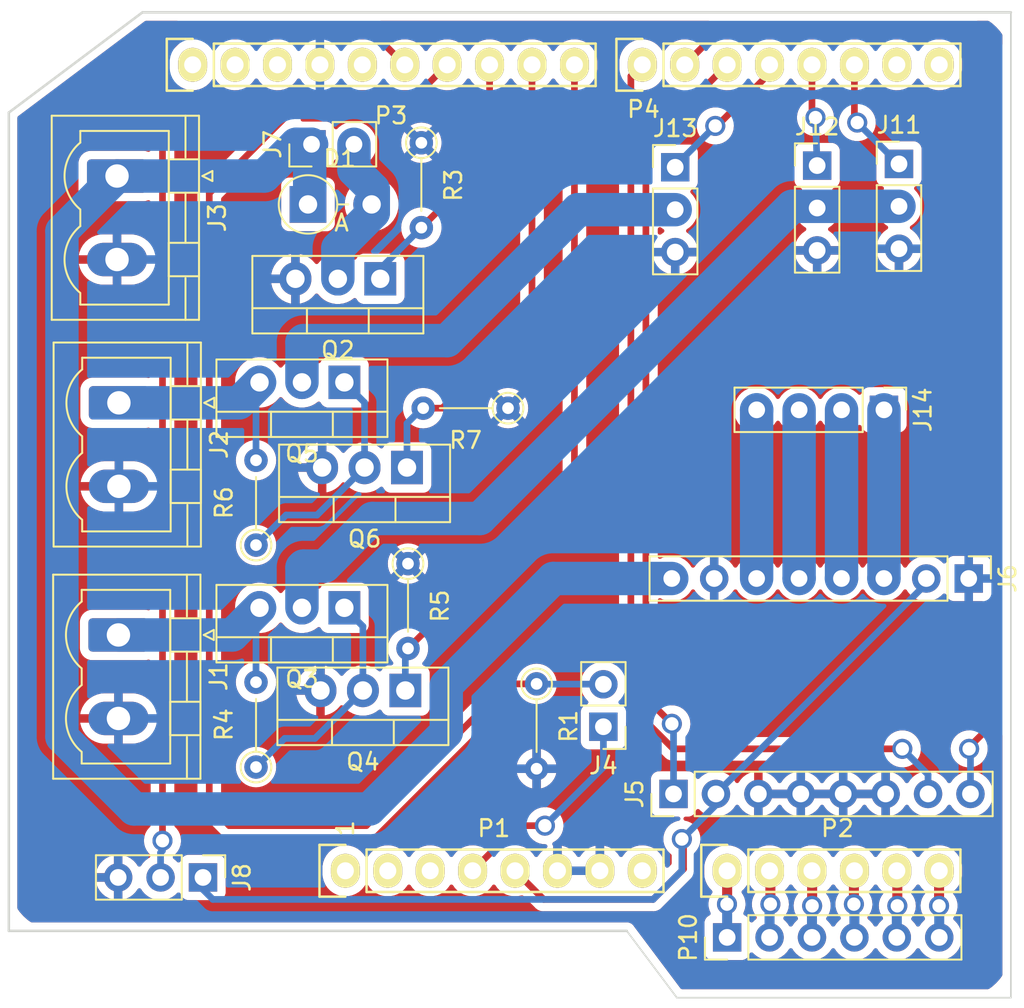
<source format=kicad_pcb>
(kicad_pcb (version 20211014) (generator pcbnew)
  (title_block (date "lun. 30 mars 2015"))
  (layers (0 "F.Cu" signal) (31 "B.Cu" signal) (34 "B.Paste" user) (35 "F.Paste" user) (36 "B.SilkS" user "B.Silkscreen") (37 "F.SilkS" user "F.Silkscreen") (38 "B.Mask" user) (39 "F.Mask" user) (44 "Edge.Cuts" user))
  (net 0 "")
  (net 1 "/IOREF")
  (net 2 "/Reset")
  (net 3 "+5V")
  (net 4 "GND")
  (net 5 "/Vin")
  (net 6 "/A0")
  (net 7 "/A1")
  (net 8 "/A2")
  (net 9 "/A3")
  (net 10 "/AREF")
  (net 11 "/A4(SDA)")
  (net 12 "/A5(SCL)")
  (net 13 "/9(**)")
  (net 14 "/8")
  (net 15 "/7")
  (net 16 "/6(**)")
  (net 17 "/5(**)")
  (net 18 "/4")
  (net 19 "/3(**)")
  (net 20 "/2")
  (net 21 "/1(Tx)")
  (net 22 "/0(Rx)")
  (net 24 "/11(**{slash}MOSI)")
  (net 25 "/10(**{slash}SS)")
  (net 26 "/13(SCK)")
  (net 27 "+3V3")
  (net 28 "/12(MISO)")
  (net 29 "+6V")
  (net 30 "+12V")
  (net 31 "Net-(J14-Pad1)")
  (net 32 "Net-(J14-Pad2)")
  (net 33 "Net-(J14-Pad3)")
  (net 34 "Net-(J14-Pad4)")
  (net 35 "Net-(Q3-Pad1)")
  (net 36 "/big_servo_control")
  (net 37 "Net-(Q5-Pad1)")
  (net 38 "/pince_control")
  (net 39 "/fan_control_down")
  (footprint "Socket_Arduino_Uno:Socket_Strip_Arduino_1x08" (layer "F.Cu") (at 133.148 119.765)
    (fp_text reference "P1" (at 8.89 -2.54) (layer "F.SilkS"))
    (fp_text value "Power")
    (pad "1" thru_hole oval locked (at 0 0) (size 1.7272 2.032) (drill 1.016) (layers *.Cu *.Mask "F.SilkS"))
    (pad "2" thru_hole oval locked (at 2.54 0) (size 1.7272 2.032) (drill 1.016) (layers *.Cu *.Mask "F.SilkS") (net 1 "/IOREF"))
    (pad "3" thru_hole oval locked (at 5.08 0) (size 1.7272 2.032) (drill 1.016) (layers *.Cu *.Mask "F.SilkS") (net 2 "/Reset"))
    (pad "4" thru_hole oval locked (at 7.62 0) (size 1.7272 2.032) (drill 1.016) (layers *.Cu *.Mask "F.SilkS") (net 27 "+3V3"))
    (pad "5" thru_hole oval locked (at 10.16 0) (size 1.7272 2.032) (drill 1.016) (layers *.Cu *.Mask "F.SilkS") (net 3 "+5V"))
    (pad "6" thru_hole oval locked (at 12.7 0) (size 1.7272 2.032) (drill 1.016) (layers *.Cu *.Mask "F.SilkS") (net 4 "GND"))
    (pad "7" thru_hole oval locked (at 15.24 0) (size 1.7272 2.032) (drill 1.016) (layers *.Cu *.Mask "F.SilkS") (net 4 "GND"))
    (pad "8" thru_hole oval locked (at 17.78 0) (size 1.7272 2.032) (drill 1.016) (layers *.Cu *.Mask "F.SilkS") (net 5 "/Vin"))
  )
  (footprint "Socket_Arduino_Uno:Socket_Strip_Arduino_1x06" (layer "F.Cu") (at 156.008 119.765)
    (fp_text reference "P2" (at 6.604 -2.54) (layer "F.SilkS"))
    (fp_text value "Analog")
    (pad "1" thru_hole oval locked (at 0 0) (size 1.7272 2.032) (drill 1.016) (layers *.Cu *.Mask "F.SilkS") (net 6 "/A0"))
    (pad "2" thru_hole oval locked (at 2.54 0) (size 1.7272 2.032) (drill 1.016) (layers *.Cu *.Mask "F.SilkS") (net 7 "/A1"))
    (pad "3" thru_hole oval locked (at 5.08 0) (size 1.7272 2.032) (drill 1.016) (layers *.Cu *.Mask "F.SilkS") (net 8 "/A2"))
    (pad "4" thru_hole oval locked (at 7.62 0) (size 1.7272 2.032) (drill 1.016) (layers *.Cu *.Mask "F.SilkS") (net 9 "/A3"))
    (pad "5" thru_hole oval locked (at 10.16 0) (size 1.7272 2.032) (drill 1.016) (layers *.Cu *.Mask "F.SilkS") (net 11 "/A4(SDA)"))
    (pad "6" thru_hole oval locked (at 12.7 0) (size 1.7272 2.032) (drill 1.016) (layers *.Cu *.Mask "F.SilkS") (net 12 "/A5(SCL)"))
  )
  (footprint "Socket_Arduino_Uno:Socket_Strip_Arduino_1x10" (layer "F.Cu") (at 124.004 71.505)
    (fp_text reference "P3" (at 11.875 3.044) (layer "F.SilkS"))
    (fp_text value "Digital" hide)
    (pad "1" thru_hole oval locked (at 0 0) (size 1.7272 2.032) (drill 1.016) (layers *.Cu *.Mask "F.SilkS") (net 12 "/A5(SCL)"))
    (pad "2" thru_hole oval locked (at 2.54 0) (size 1.7272 2.032) (drill 1.016) (layers *.Cu *.Mask "F.SilkS") (net 11 "/A4(SDA)"))
    (pad "3" thru_hole oval locked (at 5.08 0) (size 1.7272 2.032) (drill 1.016) (layers *.Cu *.Mask "F.SilkS") (net 10 "/AREF"))
    (pad "4" thru_hole oval locked (at 7.62 0) (size 1.7272 2.032) (drill 1.016) (layers *.Cu *.Mask "F.SilkS") (net 4 "GND"))
    (pad "5" thru_hole oval locked (at 10.16 0) (size 1.7272 2.032) (drill 1.016) (layers *.Cu *.Mask "F.SilkS") (net 26 "/13(SCK)"))
    (pad "6" thru_hole oval locked (at 12.7 0) (size 1.7272 2.032) (drill 1.016) (layers *.Cu *.Mask "F.SilkS") (net 28 "/12(MISO)"))
    (pad "7" thru_hole oval locked (at 15.24 0) (size 1.7272 2.032) (drill 1.016) (layers *.Cu *.Mask "F.SilkS") (net 24 "/11(**{slash}MOSI)"))
    (pad "8" thru_hole oval locked (at 17.78 0) (size 1.7272 2.032) (drill 1.016) (layers *.Cu *.Mask "F.SilkS") (net 25 "/10(**{slash}SS)"))
    (pad "9" thru_hole oval locked (at 20.32 0) (size 1.7272 2.032) (drill 1.016) (layers *.Cu *.Mask "F.SilkS") (net 13 "/9(**)"))
    (pad "10" thru_hole oval locked (at 22.86 0) (size 1.7272 2.032) (drill 1.016) (layers *.Cu *.Mask "F.SilkS") (net 14 "/8"))
  )
  (footprint "Socket_Arduino_Uno:Socket_Strip_Arduino_1x08" (layer "F.Cu") (at 150.928 71.505)
    (fp_text reference "P4" (at 0.07 2.66) (layer "F.SilkS"))
    (fp_text value "Digital" hide)
    (pad "1" thru_hole oval locked (at 0 0) (size 1.7272 2.032) (drill 1.016) (layers *.Cu *.Mask "F.SilkS") (net 15 "/7"))
    (pad "2" thru_hole oval locked (at 2.54 0) (size 1.7272 2.032) (drill 1.016) (layers *.Cu *.Mask "F.SilkS") (net 16 "/6(**)"))
    (pad "3" thru_hole oval locked (at 5.08 0) (size 1.7272 2.032) (drill 1.016) (layers *.Cu *.Mask "F.SilkS") (net 17 "/5(**)"))
    (pad "4" thru_hole oval locked (at 7.62 0) (size 1.7272 2.032) (drill 1.016) (layers *.Cu *.Mask "F.SilkS") (net 18 "/4"))
    (pad "5" thru_hole oval locked (at 10.16 0) (size 1.7272 2.032) (drill 1.016) (layers *.Cu *.Mask "F.SilkS") (net 19 "/3(**)"))
    (pad "6" thru_hole oval locked (at 12.7 0) (size 1.7272 2.032) (drill 1.016) (layers *.Cu *.Mask "F.SilkS") (net 20 "/2"))
    (pad "7" thru_hole oval locked (at 15.24 0) (size 1.7272 2.032) (drill 1.016) (layers *.Cu *.Mask "F.SilkS") (net 21 "/1(Tx)"))
    (pad "8" thru_hole oval locked (at 17.78 0) (size 1.7272 2.032) (drill 1.016) (layers *.Cu *.Mask "F.SilkS") (net 22 "/0(Rx)"))
  )
  (footprint "Connector_PinHeader_2.54mm:PinHeader_1x04_P2.54mm_Vertical" (layer "F.Cu") (at 165.398 92.165 -90)
    (fp_text reference "J14" (at 0 -2.33 90) (layer "F.SilkS"))
    (fp_text value "Pas-à-pas")
    (pad "1" thru_hole rect (at 0 0 270) (size 1.7 1.7) (drill 1) (layers *.Cu *.Mask) (net 31 "Net-(J14-Pad1)"))
    (pad "2" thru_hole oval (at 0 2.54 270) (size 1.7 1.7) (drill 1) (layers *.Cu *.Mask) (net 32 "Net-(J14-Pad2)"))
    (pad "3" thru_hole oval (at 0 5.08 270) (size 1.7 1.7) (drill 1) (layers *.Cu *.Mask) (net 33 "Net-(J14-Pad3)"))
    (pad "4" thru_hole oval (at 0 7.62 270) (size 1.7 1.7) (drill 1) (layers *.Cu *.Mask) (net 34 "Net-(J14-Pad4)"))
  )
  (footprint "Connector_PinHeader_2.54mm:PinHeader_1x08_P2.54mm_Vertical" (layer "F.Cu") (at 170.473 102.265 -90)
    (fp_text reference "J6" (at 0 -2.33 90) (layer "F.SilkS"))
    (fp_text value "Conn_01x08_Female")
    (pad "1" thru_hole rect (at 0 0 270) (size 1.7 1.7) (drill 1) (layers *.Cu *.Mask) (net 4 "GND"))
    (pad "2" thru_hole oval (at 0 2.54 270) (size 1.7 1.7) (drill 1) (layers *.Cu *.Mask) (net 3 "+5V"))
    (pad "3" thru_hole oval (at 0 5.08 270) (size 1.7 1.7) (drill 1) (layers *.Cu *.Mask) (net 31 "Net-(J14-Pad1)"))
    (pad "4" thru_hole oval (at 0 7.62 270) (size 1.7 1.7) (drill 1) (layers *.Cu *.Mask) (net 32 "Net-(J14-Pad2)"))
    (pad "5" thru_hole oval (at 0 10.16 270) (size 1.7 1.7) (drill 1) (layers *.Cu *.Mask) (net 33 "Net-(J14-Pad3)"))
    (pad "6" thru_hole oval (at 0 12.7 270) (size 1.7 1.7) (drill 1) (layers *.Cu *.Mask) (net 34 "Net-(J14-Pad4)"))
    (pad "7" thru_hole oval (at 0 15.24 270) (size 1.7 1.7) (drill 1) (layers *.Cu *.Mask) (net 4 "GND"))
    (pad "8" thru_hole oval (at 0 17.78 270) (size 1.7 1.7) (drill 1) (layers *.Cu *.Mask) (net 30 "+12V"))
  )
  (footprint "Connector_PinHeader_2.54mm:PinHeader_1x03_P2.54mm_Vertical" (layer "F.Cu") (at 152.898 77.64)
    (fp_text reference "J13" (at 0 -2.33) (layer "F.SilkS"))
    (fp_text value "Pince")
    (pad "1" thru_hole rect (at 0 0) (size 1.7 1.7) (drill 1) (layers *.Cu *.Mask) (net 18 "/4"))
    (pad "2" thru_hole oval (at 0 2.54) (size 1.7 1.7) (drill 1) (layers *.Cu *.Mask) (net 38 "/pince_control"))
    (pad "3" thru_hole oval (at 0 5.08) (size 1.7 1.7) (drill 1) (layers *.Cu *.Mask) (net 4 "GND"))
  )
  (footprint "Connector_PinHeader_2.54mm:PinHeader_1x08_P2.54mm_Vertical" (layer "F.Cu") (at 152.798 115.165 90)
    (fp_text reference "J5" (at 0 -2.33 90) (layer "F.SilkS"))
    (fp_text value "Conn_01x08_Female")
    (pad "1" thru_hole rect (at 0 0 90) (size 1.7 1.7) (drill 1) (layers *.Cu *.Mask) (net 17 "/5(**)"))
    (pad "2" thru_hole oval (at 0 2.54 90) (size 1.7 1.7) (drill 1) (layers *.Cu *.Mask) (net 3 "+5V"))
    (pad "3" thru_hole oval (at 0 5.08 90) (size 1.7 1.7) (drill 1) (layers *.Cu *.Mask) (net 4 "GND"))
    (pad "4" thru_hole oval (at 0 7.62 90) (size 1.7 1.7) (drill 1) (layers *.Cu *.Mask) (net 4 "GND"))
    (pad "5" thru_hole oval (at 0 10.16 90) (size 1.7 1.7) (drill 1) (layers *.Cu *.Mask) (net 4 "GND"))
    (pad "6" thru_hole oval (at 0 12.7 90) (size 1.7 1.7) (drill 1) (layers *.Cu *.Mask) (net 4 "GND"))
    (pad "7" thru_hole oval (at 0 15.24 90) (size 1.7 1.7) (drill 1) (layers *.Cu *.Mask) (net 15 "/7"))
    (pad "8" thru_hole oval (at 0 17.78 90) (size 1.7 1.7) (drill 1) (layers *.Cu *.Mask) (net 16 "/6(**)"))
  )
  (footprint "Package_TO_SOT_THT:TO-220-3_Vertical" (layer "F.Cu") (at 136.738 108.97 180)
    (fp_text reference "Q4" (at 2.54 -4.27) (layer "F.SilkS"))
    (fp_text value "IRL510PBF")
    (pad "1" thru_hole rect (at 0 0 180) (size 1.905 2) (drill 1.1) (layers *.Cu *.Mask) (net 14 "/8"))
    (pad "2" thru_hole oval (at 2.54 0 180) (size 1.905 2) (drill 1.1) (layers *.Cu *.Mask) (net 35 "Net-(Q3-Pad1)"))
    (pad "3" thru_hole oval (at 5.08 0 180) (size 1.905 2) (drill 1.1) (layers *.Cu *.Mask) (net 4 "GND"))
  )
  (footprint "Connector_PinHeader_2.54mm:PinHeader_1x02_P2.54mm_Vertical" (layer "F.Cu") (at 148.598 111.14 180)
    (fp_text reference "J4" (at 0 -2.33) (layer "F.SilkS"))
    (fp_text value "FDC")
    (pad "1" thru_hole rect (at 0 0 180) (size 1.7 1.7) (drill 1) (layers *.Cu *.Mask) (net 27 "+3V3"))
    (pad "2" thru_hole oval (at 0 2.54 180) (size 1.7 1.7) (drill 1) (layers *.Cu *.Mask) (net 24 "/11(**{slash}MOSI)"))
  )
  (footprint "Package_TO_SOT_THT:TO-220-3_Vertical" (layer "F.Cu") (at 133.088 104.02 180)
    (fp_text reference "Q3" (at 2.54 -4.27) (layer "F.SilkS"))
    (fp_text value "IRF4905")
    (pad "1" thru_hole rect (at 0 0 180) (size 1.905 2) (drill 1.1) (layers *.Cu *.Mask) (net 35 "Net-(Q3-Pad1)"))
    (pad "2" thru_hole oval (at 2.54 0 180) (size 1.905 2) (drill 1.1) (layers *.Cu *.Mask) (net 36 "/big_servo_control"))
    (pad "3" thru_hole oval (at 5.08 0 180) (size 1.905 2) (drill 1.1) (layers *.Cu *.Mask) (net 29 "+6V"))
  )
  (footprint "Connector_Phoenix_MSTB:PhoenixContact_MSTBVA_2,5_2-G_1x02_P5.00mm_Vertical" (layer "F.Cu") (at 119.5605 105.645 -90)
    (fp_text reference "J1" (at 2.5 -6 -90) (layer "F.SilkS"))
    (fp_text value "Screw_Terminal_01x02")
    (pad "1" thru_hole roundrect (at 0 0 270) (size 2 3.6) (drill 1.4) (layers *.Cu *.Mask) (roundrect_rratio 0.125) (net 29 "+6V"))
    (pad "2" thru_hole oval (at 5 0 270) (size 2 3.6) (drill 1.4) (layers *.Cu *.Mask) (net 4 "GND"))
  )
  (footprint "Connector_PinHeader_2.54mm:PinHeader_1x02_P2.54mm_Vertical" (layer "F.Cu") (at 131.123 76.265 90)
    (fp_text reference "J7" (at 0 -2.33 90) (layer "F.SilkS"))
    (fp_text value "FAN")
    (pad "1" thru_hole rect (at 0 0 90) (size 1.7 1.7) (drill 1) (layers *.Cu *.Mask) (net 30 "+12V"))
    (pad "2" thru_hole oval (at 0 2.54 90) (size 1.7 1.7) (drill 1) (layers *.Cu *.Mask) (net 39 "/fan_control_down"))
  )
  (footprint "Resistor_THT:R_Axial_DIN0204_L3.6mm_D1.6mm_P5.08mm_Vertical" (layer "F.Cu") (at 127.798 100.265 90)
    (fp_text reference "R6" (at 2.54 -1.92 90) (layer "F.SilkS"))
    (fp_text value "10k")
    (pad "1" thru_hole circle (at 0 0 90) (size 1.4 1.4) (drill 0.7) (layers *.Cu *.Mask) (net 37 "Net-(Q5-Pad1)"))
    (pad "2" thru_hole oval (at 5.08 0 90) (size 1.4 1.4) (drill 0.7) (layers *.Cu *.Mask) (net 3 "+5V"))
  )
  (footprint "Resistor_THT:R_Axial_DIN0204_L3.6mm_D1.6mm_P5.08mm_Vertical" (layer "F.Cu") (at 142.888 92.065 180)
    (fp_text reference "R7" (at 2.54 -1.92) (layer "F.SilkS"))
    (fp_text value "10k")
    (pad "1" thru_hole circle (at 0 0 180) (size 1.4 1.4) (drill 0.7) (layers *.Cu *.Mask) (net 4 "GND"))
    (pad "2" thru_hole oval (at 5.08 0 180) (size 1.4 1.4) (drill 0.7) (layers *.Cu *.Mask) (net 13 "/9(**)"))
  )
  (footprint "Package_TO_SOT_THT:TO-220-3_Vertical" (layer "F.Cu") (at 135.238 84.32 180)
    (fp_text reference "Q2" (at 2.54 -4.27) (layer "F.SilkS"))
    (fp_text value "IRL510PBF")
    (pad "1" thru_hole rect (at 0 0 180) (size 1.905 2) (drill 1.1) (layers *.Cu *.Mask) (net 25 "/10(**{slash}SS)"))
    (pad "2" thru_hole oval (at 2.54 0 180) (size 1.905 2) (drill 1.1) (layers *.Cu *.Mask) (net 39 "/fan_control_down"))
    (pad "3" thru_hole oval (at 5.08 0 180) (size 1.905 2) (drill 1.1) (layers *.Cu *.Mask) (net 4 "GND"))
  )
  (footprint "Resistor_THT:R_Axial_DIN0204_L3.6mm_D1.6mm_P5.08mm_Vertical" (layer "F.Cu") (at 144.598 108.575 -90)
    (fp_text reference "R1" (at 2.54 -1.92 90) (layer "F.SilkS"))
    (fp_text value "10k")
    (pad "1" thru_hole circle (at 0 0 270) (size 1.4 1.4) (drill 0.7) (layers *.Cu *.Mask) (net 24 "/11(**{slash}MOSI)"))
    (pad "2" thru_hole oval (at 5.08 0 270) (size 1.4 1.4) (drill 0.7) (layers *.Cu *.Mask) (net 4 "GND"))
  )
  (footprint "Resistor_THT:R_Axial_DIN0204_L3.6mm_D1.6mm_P5.08mm_Vertical" (layer "F.Cu") (at 127.798 113.555 90)
    (fp_text reference "R4" (at 2.54 -1.92 90) (layer "F.SilkS"))
    (fp_text value "10k")
    (pad "1" thru_hole circle (at 0 0 90) (size 1.4 1.4) (drill 0.7) (layers *.Cu *.Mask) (net 35 "Net-(Q3-Pad1)"))
    (pad "2" thru_hole oval (at 5.08 0 90) (size 1.4 1.4) (drill 0.7) (layers *.Cu *.Mask) (net 29 "+6V"))
  )
  (footprint "Package_TO_SOT_THT:TO-220-3_Vertical" (layer "F.Cu") (at 136.838 95.62 180)
    (fp_text reference "Q6" (at 2.54 -4.27) (layer "F.SilkS"))
    (fp_text value "IRL510PBF")
    (pad "1" thru_hole rect (at 0 0 180) (size 1.905 2) (drill 1.1) (layers *.Cu *.Mask) (net 13 "/9(**)"))
    (pad "2" thru_hole oval (at 2.54 0 180) (size 1.905 2) (drill 1.1) (layers *.Cu *.Mask) (net 37 "Net-(Q5-Pad1)"))
    (pad "3" thru_hole oval (at 5.08 0 180) (size 1.905 2) (drill 1.1) (layers *.Cu *.Mask) (net 4 "GND"))
  )
  (footprint "Package_TO_SOT_THT:TO-220-3_Vertical" (layer "F.Cu") (at 133.088 90.52 180)
    (fp_text reference "Q5" (at 2.54 -4.27) (layer "F.SilkS"))
    (fp_text value "IRF4905")
    (pad "1" thru_hole rect (at 0 0 180) (size 1.905 2) (drill 1.1) (layers *.Cu *.Mask) (net 37 "Net-(Q5-Pad1)"))
    (pad "2" thru_hole oval (at 2.54 0 180) (size 1.905 2) (drill 1.1) (layers *.Cu *.Mask) (net 38 "/pince_control"))
    (pad "3" thru_hole oval (at 5.08 0 180) (size 1.905 2) (drill 1.1) (layers *.Cu *.Mask) (net 3 "+5V"))
  )
  (footprint "Connector_PinHeader_2.54mm:PinHeader_1x06_P2.54mm_Vertical" (layer "F.Cu") (at 156.008 123.755 90)
    (fp_text reference "P10" (at 0 -2.33 90) (layer "F.SilkS"))
    (fp_text value "Analog")
    (pad "1" thru_hole rect (at 0 0 90) (size 1.7 1.7) (drill 1) (layers *.Cu *.Mask) (net 6 "/A0"))
    (pad "2" thru_hole oval (at 0 2.54 90) (size 1.7 1.7) (drill 1) (layers *.Cu *.Mask) (net 7 "/A1"))
    (pad "3" thru_hole oval (at 0 5.08 90) (size 1.7 1.7) (drill 1) (layers *.Cu *.Mask) (net 8 "/A2"))
    (pad "4" thru_hole oval (at 0 7.62 90) (size 1.7 1.7) (drill 1) (layers *.Cu *.Mask) (net 9 "/A3"))
    (pad "5" thru_hole oval (at 0 10.16 90) (size 1.7 1.7) (drill 1) (layers *.Cu *.Mask) (net 11 "/A4(SDA)"))
    (pad "6" thru_hole oval (at 0 12.7 90) (size 1.7 1.7) (drill 1) (layers *.Cu *.Mask) (net 12 "/A5(SCL)"))
  )
  (footprint "Connector_PinHeader_2.54mm:PinHeader_1x03_P2.54mm_Vertical" (layer "F.Cu") (at 124.623 120.165 -90)
    (fp_text reference "J8" (at 0 -2.33 90) (layer "F.SilkS"))
    (fp_text value "DHT22")
    (pad "1" thru_hole rect (at 0 0 270) (size 1.7 1.7) (drill 1) (layers *.Cu *.Mask) (net 3 "+5V"))
    (pad "2" thru_hole oval (at 0 2.54 270) (size 1.7 1.7) (drill 1) (layers *.Cu *.Mask) (net 28 "/12(MISO)"))
    (pad "3" thru_hole oval (at 0 5.08 270) (size 1.7 1.7) (drill 1) (layers *.Cu *.Mask) (net 4 "GND"))
  )
  (footprint "Resistor_THT:R_Axial_DIN0204_L3.6mm_D1.6mm_P5.08mm_Vertical" (layer "F.Cu") (at 136.898 101.375 -90)
    (fp_text reference "R5" (at 2.54 -1.92 90) (layer "F.SilkS"))
    (fp_text value "10k")
    (pad "1" thru_hole circle (at 0 0 270) (size 1.4 1.4) (drill 0.7) (layers *.Cu *.Mask) (net 4 "GND"))
    (pad "2" thru_hole oval (at 5.08 0 270) (size 1.4 1.4) (drill 0.7) (layers *.Cu *.Mask) (net 14 "/8"))
  )
  (footprint "Connector_Phoenix_MSTB:PhoenixContact_MSTBVA_2,5_2-G_1x02_P5.00mm_Vertical" (layer "F.Cu") (at 119.4755 78.165 -90)
    (fp_text reference "J3" (at 2.5 -6 -90) (layer "F.SilkS"))
    (fp_text value "Screw_Terminal_01x02")
    (pad "1" thru_hole roundrect (at 0 0 270) (size 2 3.6) (drill 1.4) (layers *.Cu *.Mask) (roundrect_rratio 0.125) (net 30 "+12V"))
    (pad "2" thru_hole oval (at 5 0 270) (size 2 3.6) (drill 1.4) (layers *.Cu *.Mask) (net 4 "GND"))
  )
  (footprint "Connector_Phoenix_MSTB:PhoenixContact_MSTBVA_2,5_2-G_1x02_P5.00mm_Vertical" (layer "F.Cu") (at 119.588 91.745 -90)
    (fp_text reference "J2" (at 2.5 -6 -90) (layer "F.SilkS"))
    (fp_text value "Screw_Terminal_01x02")
    (pad "1" thru_hole roundrect (at 0 0 270) (size 2 3.6) (drill 1.4) (layers *.Cu *.Mask) (roundrect_rratio 0.125) (net 3 "+5V"))
    (pad "2" thru_hole oval (at 5 0 270) (size 2 3.6) (drill 1.4) (layers *.Cu *.Mask) (net 4 "GND"))
  )
  (footprint "Resistor_THT:R_Axial_DIN0204_L3.6mm_D1.6mm_P5.08mm_Vertical" (layer "F.Cu") (at 137.698 76.175 -90)
    (fp_text reference "R3" (at 2.54 -1.92 90) (layer "F.SilkS"))
    (fp_text value "10k")
    (pad "1" thru_hole circle (at 0 0 270) (size 1.4 1.4) (drill 0.7) (layers *.Cu *.Mask) (net 4 "GND"))
    (pad "2" thru_hole oval (at 5.08 0 270) (size 1.4 1.4) (drill 0.7) (layers *.Cu *.Mask) (net 25 "/10(**{slash}SS)"))
  )
  (footprint "Connector_PinHeader_2.54mm:PinHeader_1x03_P2.54mm_Vertical" (layer "F.Cu") (at 166.298 77.44)
    (fp_text reference "J11" (at 0 -2.33) (layer "F.SilkS"))
    (fp_text value "Servo1")
    (pad "1" thru_hole rect (at 0 0) (size 1.7 1.7) (drill 1) (layers *.Cu *.Mask) (net 20 "/2"))
    (pad "2" thru_hole oval (at 0 2.54) (size 1.7 1.7) (drill 1) (layers *.Cu *.Mask) (net 36 "/big_servo_control"))
    (pad "3" thru_hole oval (at 0 5.08) (size 1.7 1.7) (drill 1) (layers *.Cu *.Mask) (net 4 "GND"))
  )
  (footprint "Diode_THT:D_DO-41_SOD81_P3.81mm_Vertical_AnodeUp" (layer "F.Cu") (at 130.910818 79.865)
    (fp_text reference "D1" (at 1.905 -2.750635) (layer "F.SilkS"))
    (fp_text value "D")
    (fp_text user "A" (at 2.01 1.1) (layer "F.SilkS"))
    (pad "1" thru_hole rect (at 0 0) (size 2.2 2.2) (drill 1.1) (layers *.Cu *.Mask) (net 30 "+12V"))
    (pad "2" thru_hole oval (at 3.81 0) (size 2.2 2.2) (drill 1.1) (layers *.Cu *.Mask) (net 39 "/fan_control_down"))
  )
  (footprint "Connector_PinHeader_2.54mm:PinHeader_1x03_P2.54mm_Vertical" (layer "F.Cu") (at 161.398 77.54)
    (fp_text reference "J12" (at 0 -2.33) (layer "F.SilkS"))
    (fp_text value "Servo2")
    (pad "1" thru_hole rect (at 0 0) (size 1.7 1.7) (drill 1) (layers *.Cu *.Mask) (net 19 "/3(**)"))
    (pad "2" thru_hole oval (at 0 2.54) (size 1.7 1.7) (drill 1) (layers *.Cu *.Mask) (net 36 "/big_servo_control"))
    (pad "3" thru_hole oval (at 0 5.08) (size 1.7 1.7) (drill 1) (layers *.Cu *.Mask) (net 4 "GND"))
  )
  (gr_line (start 120.998 68.365) (end 112.998 74.365) (layer "Edge.Cuts") (width 0.15))
  (gr_line (start 172.998 127.365) (end 152.998 127.365) (layer "Edge.Cuts") (width 0.1))
  (gr_line (start 152.998 127.365) (end 149.998 123.365) (layer "Edge.Cuts") (width 0.1))
  (gr_line (start 112.998 123.365) (end 112.998 74.365) (layer "Edge.Cuts") (width 0.15))
  (gr_line (start 112.998 123.365) (end 149.998 123.365) (layer "Edge.Cuts") (width 0.15))
  (gr_line (start 172.998 68.365) (end 172.998 127.365) (layer "Edge.Cuts") (width 0.1))
  (gr_line (start 120.998 68.365) (end 172.998 68.365) (layer "Edge.Cuts") (width 0.15))
  (gr_text "1" (at 133.148 117.225 90) (layer "F.SilkS") (effects (font (size 1 1))))
  (segment (start 151.575465 121.48052) (end 153.398 119.657985) (width 0.4) (layer "F.Cu") (net 3))
  (segment (start 143.308 119.765) (end 145.02352 121.48052) (width 0.4) (layer "F.Cu") (net 3))
  (segment (start 145.02352 121.48052) (end 151.575465 121.48052) (width 0.4) (layer "F.Cu") (net 3))
  (segment (start 153.398 118.065) (end 153.298 117.965) (width 0.4) (layer "F.Cu") (net 3))
  (segment (start 153.398 119.657985) (end 153.398 118.065) (width 0.4) (layer "F.Cu") (net 3))
  (via (at 153.298 117.865) (size 1.2) (drill 0.8) (layers "F.Cu" "B.Cu") (net 3))
  (segment (start 155.338 115.165) (end 167.933 102.57) (width 0.4) (layer "B.Cu") (net 3))
  (segment (start 124.623 120.165) (end 124.623 120.89) (width 0.4) (layer "B.Cu") (net 3))
  (segment (start 127.048 91.48) (end 128.008 90.52) (width 2) (layer "B.Cu") (net 3))
  (segment (start 151.575465 121.48052) (end 151.994492 121.061492) (width 0.4) (layer "B.Cu") (net 3))
  (segment (start 155.338 115.165) (end 155.338 115.825) (width 0.4) (layer "B.Cu") (net 3))
  (segment (start 126.783 91.745) (end 128.008 90.52) (width 2) (layer "B.Cu") (net 3))
  (segment (start 153.298 119.757985) (end 153.298 117.865) (width 0.4) (layer "B.Cu") (net 3))
  (segment (start 151.994492 121.061492) (end 153.298 119.757985) (width 0.4) (layer "B.Cu") (net 3))
  (segment (start 119.588 91.745) (end 126.783 91.745) (width 2) (layer "B.Cu") (net 3))
  (segment (start 127.798 95.185) (end 127.798 90.73) (width 0.4) (layer "B.Cu") (net 3))
  (segment (start 124.623 120.89) (end 125.21352 121.48052) (width 0.4) (layer "B.Cu") (net 3))
  (segment (start 167.933 102.57) (end 167.933 102.265) (width 0.4) (layer "B.Cu") (net 3))
  (segment (start 155.338 115.825) (end 153.298 117.865) (width 0.4) (layer "B.Cu") (net 3))
  (segment (start 127.798 90.73) (end 128.008 90.52) (width 0.4) (layer "B.Cu") (net 3))
  (segment (start 125.21352 121.48052) (end 151.575465 121.48052) (width 0.4) (layer "B.Cu") (net 3))
  (segment (start 156.008 121.755) (end 155.998 121.765) (width 0.6) (layer "F.Cu") (net 6))
  (segment (start 156.008 119.765) (end 156.008 121.755) (width 0.6) (layer "F.Cu") (net 6))
  (via (at 155.998 121.765) (size 1.2) (drill 0.8) (layers "F.Cu" "B.Cu") (net 6))
  (segment (start 156.008 123.755) (end 156.008 121.775) (width 0.6) (layer "B.Cu") (net 6))
  (segment (start 156.008 121.775) (end 155.998 121.765) (width 0.6) (layer "B.Cu") (net 6))
  (segment (start 158.598 121.765) (end 158.598 119.815) (width 0.6) (layer "F.Cu") (net 7))
  (segment (start 158.598 119.815) (end 158.548 119.765) (width 0.6) (layer "F.Cu") (net 7))
  (via (at 158.598 121.765) (size 1.2) (drill 0.8) (layers "F.Cu" "B.Cu") (net 7))
  (segment (start 158.548 123.755) (end 158.548 121.815) (width 0.6) (layer "B.Cu") (net 7))
  (segment (start 158.548 121.815) (end 158.598 121.765) (width 0.6) (layer "B.Cu") (net 7))
  (segment (start 161.098 119.775) (end 161.088 119.765) (width 0.6) (layer "F.Cu") (net 8))
  (segment (start 161.098 121.865) (end 161.098 119.775) (width 0.6) (layer "F.Cu") (net 8))
  (via (at 161.098 121.865) (size 1.2) (drill 0.8) (layers "F.Cu" "B.Cu") (net 8))
  (segment (start 161.088 123.755) (end 161.088 121.875) (width 0.6) (layer "B.Cu") (net 8))
  (segment (start 161.088 121.875) (end 161.098 121.865) (width 0.6) (layer "B.Cu") (net 8))
  (segment (start 163.598 119.795) (end 163.628 119.765) (width 0.6) (layer "F.Cu") (net 9))
  (segment (start 163.598 121.765) (end 163.598 119.795) (width 0.6) (layer "F.Cu") (net 9))
  (via (at 163.598 121.765) (size 1.2) (drill 0.8) (layers "F.Cu" "B.Cu") (net 9))
  (segment (start 163.628 123.755) (end 163.628 121.795) (width 0.6) (layer "B.Cu") (net 9))
  (segment (start 163.628 121.795) (end 163.598 121.765) (width 0.6) (layer "B.Cu") (net 9))
  (segment (start 166.198 119.795) (end 166.168 119.765) (width 0.6) (layer "F.Cu") (net 11))
  (segment (start 166.198 121.865) (end 166.198 119.795) (width 0.6) (layer "F.Cu") (net 11))
  (via (at 166.198 121.865) (size 1.2) (drill 0.8) (layers "F.Cu" "B.Cu") (net 11))
  (segment (start 166.168 123.755) (end 166.168 121.895) (width 0.6) (layer "B.Cu") (net 11))
  (segment (start 166.168 121.895) (end 166.198 121.865) (width 0.6) (layer "B.Cu") (net 11))
  (segment (start 168.698 121.865) (end 168.698 119.775) (width 0.6) (layer "F.Cu") (net 12))
  (segment (start 168.698 119.775) (end 168.708 119.765) (width 0.6) (layer "F.Cu") (net 12))
  (via (at 168.698 121.865) (size 1.2) (drill 0.8) (layers "F.Cu" "B.Cu") (net 12))
  (segment (start 168.708 123.755) (end 168.708 121.875) (width 0.6) (layer "B.Cu") (net 12))
  (segment (start 168.708 121.875) (end 168.698 121.865) (width 0.6) (layer "B.Cu") (net 12))
  (segment (start 138.950081 92.065) (end 144.324 86.691081) (width 0.4) (layer "F.Cu") (net 13))
  (segment (start 137.748 92.065) (end 138.950081 92.065) (width 0.4) (layer "F.Cu") (net 13))
  (segment (start 144.324 86.691081) (end 144.324 71.505) (width 0.4) (layer "F.Cu") (net 13))
  (segment (start 136.838 92.975) (end 137.748 92.065) (width 0.4) (layer "B.Cu") (net 13))
  (segment (start 136.838 95.62) (end 136.838 92.975) (width 0.4) (layer "B.Cu") (net 13))
  (segment (start 146.864 97.616081) (end 146.864 71.505) (width 0.4) (layer "F.Cu") (net 14))
  (segment (start 138.900081 105.58) (end 146.864 97.616081) (width 0.4) (layer "F.Cu") (net 14))
  (segment (start 138.900081 105.58) (end 137.773 105.58) (width 0.4) (layer "F.Cu") (net 14))
  (segment (start 137.773 105.58) (end 136.898 106.455) (width 0.4) (layer "F.Cu") (net 14))
  (segment (start 136.738 108.97) (end 136.738 106.54) (width 0.4) (layer "B.Cu") (net 14))
  (segment (start 150.243969 72.189031) (end 150.243969 109.924492) (width 0.4) (layer "F.Cu") (net 15))
  (segment (start 150.928 71.505) (end 150.243969 72.189031) (width 0.4) (layer "F.Cu") (net 15))
  (segment (start 150.243969 109.924492) (end 152.784477 112.465) (width 0.4) (layer "F.Cu") (net 15))
  (segment (start 152.784477 112.465) (end 166.498 112.465) (width 0.4) (layer "F.Cu") (net 15))
  (via (at 166.498 112.465) (size 1.2) (drill 0.8) (layers "F.Cu" "B.Cu") (net 15))
  (segment (start 168.038 115.165) (end 168.038 114.005) (width 0.4) (layer "B.Cu") (net 15))
  (segment (start 168.038 114.005) (end 166.498 112.465) (width 0.4) (layer "B.Cu") (net 15))
  (segment (start 153.468 71.505) (end 155.18352 69.78948) (width 0.4) (layer "F.Cu") (net 16))
  (segment (start 170.72248 69.78948) (end 172.098 71.165) (width 0.4) (layer "F.Cu") (net 16))
  (segment (start 155.18352 69.78948) (end 170.72248 69.78948) (width 0.4) (layer "F.Cu") (net 16))
  (segment (start 172.098 110.765) (end 170.398 112.465) (width 0.4) (layer "F.Cu") (net 16))
  (segment (start 172.098 71.165) (end 172.098 110.765) (width 0.4) (layer "F.Cu") (net 16))
  (via (at 170.498 112.465) (size 1.2) (drill 0.8) (layers "F.Cu" "B.Cu") (net 16))
  (segment (start 170.578 112.645) (end 170.398 112.465) (width 0.4) (layer "B.Cu") (net 16))
  (segment (start 170.578 115.165) (end 170.578 112.645) (width 0.4) (layer "B.Cu") (net 16))
  (segment (start 151.143489 76.369511) (end 151.143489 109.410489) (width 0.4) (layer "F.Cu") (net 17))
  (segment (start 156.008 71.505) (end 151.143489 76.369511) (width 0.4) (layer "F.Cu") (net 17))
  (segment (start 151.143489 109.410489) (end 152.698 110.965) (width 0.4) (layer "F.Cu") (net 17))
  (via (at 152.698 110.965) (size 1.2) (drill 0.8) (layers "F.Cu" "B.Cu") (net 17))
  (segment (start 152.798 111.065) (end 152.698 110.965) (width 0.4) (layer "B.Cu") (net 17))
  (segment (start 152.798 115.165) (end 152.798 111.065) (width 0.4) (layer "B.Cu") (net 17))
  (segment (start 158.548 71.505) (end 158.548 72.015) (width 0.4) (layer "F.Cu") (net 18))
  (segment (start 158.548 72.015) (end 155.398 75.165) (width 0.4) (layer "F.Cu") (net 18))
  (via (at 155.298 75.165) (size 1.2) (drill 0.8) (layers "F.Cu" "B.Cu") (net 18))
  (segment (start 152.898 77.565) (end 155.298 75.165) (width 0.4) (layer "B.Cu") (net 18))
  (segment (start 152.898 77.64) (end 152.898 77.565) (width 0.4) (layer "B.Cu") (net 18))
  (segment (start 161.088 74.455) (end 161.298 74.665) (width 0.4) (layer "F.Cu") (net 19))
  (segment (start 161.088 71.505) (end 161.088 74.455) (width 0.4) (layer "F.Cu") (net 19))
  (via (at 161.298 74.665) (size 1.2) (drill 0.8) (layers "F.Cu" "B.Cu") (net 19))
  (segment (start 161.398 77.54) (end 161.298 74.665) (width 0.4) (layer "B.Cu") (net 19))
  (segment (start 161.298 74.665) (end 161.398 74.765) (width 0.4) (layer "B.Cu") (net 19))
  (segment (start 163.628 74.795) (end 163.798 74.965) (width 0.4) (layer "F.Cu") (net 20))
  (segment (start 163.628 71.505) (end 163.628 74.795) (width 0.4) (layer "F.Cu") (net 20))
  (via (at 163.798 74.965) (size 1.2) (drill 0.8) (layers "F.Cu" "B.Cu") (net 20))
  (segment (start 166.298 77.44) (end 166.273 77.44) (width 0.4) (layer "B.Cu") (net 20))
  (segment (start 166.273 77.44) (end 163.798 74.965) (width 0.4) (layer "B.Cu") (net 20))
  (segment (start 130.973671 73.22052) (end 137.52848 73.22052) (width 0.4) (layer "F.Cu") (net 24))
  (segment (start 126.198 117.065) (end 124.998 115.865) (width 0.4) (layer "F.Cu") (net 24))
  (segment (start 144.598 108.575) (end 142.888 108.575) (width 0.4) (layer "F.Cu") (net 24))
  (segment (start 137.52848 73.22052) (end 139.244 71.505) (width 0.4) (layer "F.Cu") (net 24))
  (segment (start 124.998 79.196191) (end 130.973671 73.22052) (width 0.4) (layer "F.Cu") (net 24))
  (segment (start 124.998 115.865) (end 124.998 79.196191) (width 0.4) (layer "F.Cu") (net 24))
  (segment (start 148.588 108.59) (end 148.598 108.6) (width 0.4) (layer "F.Cu") (net 24))
  (segment (start 142.888 108.575) (end 134.398 117.065) (width 0.4) (layer "F.Cu") (net 24))
  (segment (start 134.398 117.065) (end 126.198 117.065) (width 0.4) (layer "F.Cu") (net 24))
  (segment (start 144.598 108.59) (end 148.588 108.59) (width 0.4) (layer "B.Cu") (net 24))
  (segment (start 148.588 108.59) (end 148.598 108.6) (width 0.4) (layer "B.Cu") (net 24))
  (segment (start 141.784 77.169) (end 137.698 81.255) (width 0.4) (layer "F.Cu") (net 25))
  (segment (start 141.784 71.505) (end 141.784 77.169) (width 0.4) (layer "F.Cu") (net 25))
  (segment (start 137.698 81.255) (end 135.238 83.715) (width 0.4) (layer "B.Cu") (net 25))
  (segment (start 135.238 83.715) (end 135.238 84.32) (width 0.4) (layer "B.Cu") (net 25))
  (segment (start 141.787511 71.508511) (end 141.784 71.505) (width 0.4) (layer "B.Cu") (net 25))
  (segment (start 145.098 117.065) (end 145.298 117.065) (width 0.4) (layer "F.Cu") (net 27))
  (segment (start 145.098 117.065) (end 143.468 117.065) (width 0.4) (layer "F.Cu") (net 27))
  (segment (start 143.468 117.065) (end 140.768 119.765) (width 0.4) (layer "F.Cu") (net 27))
  (via (at 145.098 117.065) (size 1.2) (drill 0.8) (layers "F.Cu" "B.Cu") (net 27))
  (segment (start 148.598 113.565) (end 145.098 117.065) (width 0.4) (layer "B.Cu") (net 27))
  (segment (start 148.598 111.14) (end 148.598 113.565) (width 0.4) (layer "B.Cu") (net 27))
  (segment (start 140.768 119.765) (end 140.945015 119.765) (width 0.4) (layer "B.Cu") (net 27))
  (segment (start 134.98848 69.78948) (end 123.356535 69.78948) (width 0.4) (layer "F.Cu") (net 28))
  (segment (start 122.198 70.948015) (end 122.198 117.965) (width 0.4) (layer "F.Cu") (net 28))
  (segment (start 123.356535 69.78948) (end 122.198 70.948015) (width 0.4) (layer "F.Cu") (net 28))
  (segment (start 136.704 71.505) (end 134.98848 69.78948) (width 0.4) (layer "F.Cu") (net 28))
  (via (at 122.198 117.965) (size 1.2) (drill 0.8) (layers "F.Cu" "B.Cu") (net 28))
  (segment (start 122.083 118.68) (end 122.083 120.165) (width 0.4) (layer "B.Cu") (net 28))
  (segment (start 122.198 118.565) (end 122.083 118.68) (width 0.4) (layer "B.Cu") (net 28))
  (segment (start 127.098 104.93) (end 128.008 104.02) (width 2) (layer "B.Cu") (net 29))
  (segment (start 119.5605 105.645) (end 126.383 105.645) (width 2) (layer "B.Cu") (net 29))
  (segment (start 126.383 105.645) (end 128.008 104.02) (width 2) (layer "B.Cu") (net 29))
  (segment (start 127.798 104.23) (end 128.008 104.02) (width 0.4) (layer "B.Cu") (net 29))
  (segment (start 127.798 108.475) (end 127.798 104.23) (width 0.4) (layer "B.Cu") (net 29))
  (segment (start 119.4755 78.165) (end 128.298 78.165) (width 2) (layer "B.Cu") (net 30))
  (segment (start 130.198 76.265) (end 131.123 76.265) (width 2) (layer "B.Cu") (net 30))
  (segment (start 116.17598 111.74298) (end 116.17598 81.46452) (width 2) (layer "B.Cu") (net 30))
  (segment (start 134.594522 116.065) (end 120.498 116.065) (width 2) (layer "B.Cu") (net 30))
  (segment (start 139.190011 108.665) (end 139.190011 111.469511) (width 2) (layer "B.Cu") (net 30))
  (segment (start 131.010818 76.377182) (end 131.123 76.265) (width 2) (layer "B.Cu") (net 30))
  (segment (start 145.590011 102.265) (end 139.190011 108.665) (width 2) (layer "B.Cu") (net 30))
  (segment (start 152.693 102.265) (end 145.590011 102.265) (width 2) (layer "B.Cu") (net 30))
  (segment (start 120.498 116.065) (end 116.17598 111.74298) (width 2) (layer "B.Cu") (net 30))
  (segment (start 116.17598 81.46452) (end 119.4755 78.165) (width 2) (layer "B.Cu") (net 30))
  (segment (start 128.298 78.165) (end 130.198 76.265) (width 2) (layer "B.Cu") (net 30))
  (segment (start 131.010818 78.965) (end 131.010818 76.377182) (width 2) (layer "B.Cu") (net 30))
  (segment (start 139.190011 111.469511) (end 134.594522 116.065) (width 2) (layer "B.Cu") (net 30))
  (segment (start 165.398 102.26) (end 165.393 102.265) (width 2) (layer "B.Cu") (net 31))
  (segment (start 165.398 92.165) (end 165.398 102.26) (width 2) (layer "B.Cu") (net 31))
  (segment (start 162.858 102.26) (end 162.853 102.265) (width 2) (layer "B.Cu") (net 32))
  (segment (start 162.858 92.165) (end 162.858 102.26) (width 2) (layer "B.Cu") (net 32))
  (segment (start 160.318 92.165) (end 160.318 102.26) (width 2) (layer "B.Cu") (net 33))
  (segment (start 160.318 102.26) (end 160.313 102.265) (width 2) (layer "B.Cu") (net 33))
  (segment (start 157.773 102.265) (end 157.773 92.17) (width 2) (layer "B.Cu") (net 34))
  (segment (start 157.773 92.17) (end 157.778 92.165) (width 2) (layer "B.Cu") (net 34))
  (segment (start 131.328 111.84) (end 129.513 111.84) (width 0.4) (layer "B.Cu") (net 35))
  (segment (start 131.328 111.84) (end 134.198 108.97) (width 0.4) (layer "B.Cu") (net 35))
  (segment (start 134.198 108.97) (end 134.198 105.13) (width 0.4) (layer "B.Cu") (net 35))
  (segment (start 129.513 111.84) (end 127.798 113.555) (width 0.4) (layer "B.Cu") (net 35))
  (segment (start 134.198 105.13) (end 133.088 104.02) (width 0.4) (layer "B.Cu") (net 35))
  (segment (start 159.895919 79.98) (end 166.298 79.98) (width 2) (layer "B.Cu") (net 36))
  (segment (start 130.635989 101.520489) (end 131.91269 101.520489) (width 2) (layer "B.Cu") (net 36))
  (segment (start 130.548 104.02) (end 130.548 101.608478) (width 2) (layer "B.Cu") (net 36))
  (segment (start 134.76172 98.671459) (end 141.204459 98.671459) (width 2) (layer "B.Cu") (net 36))
  (segment (start 131.91269 101.520489) (end 134.76172 98.671459) (width 2) (layer "B.Cu") (net 36))
  (segment (start 130.548 101.608478) (end 130.635989 101.520489) (width 2) (layer "B.Cu") (net 36))
  (segment (start 141.204459 98.671459) (end 159.895919 79.98) (width 2) (layer "B.Cu") (net 36))
  (segment (start 134.298 91.73) (end 133.088 90.52) (width 0.4) (layer "B.Cu") (net 37))
  (segment (start 129.598 98.465) (end 127.798 100.265) (width 0.4) (layer "B.Cu") (net 37))
  (segment (start 131.453 98.465) (end 129.598 98.465) (width 0.4) (layer "B.Cu") (net 37))
  (segment (start 134.298 95.62) (end 134.298 91.73) (width 0.4) (layer "B.Cu") (net 37))
  (segment (start 131.453 98.465) (end 134.298 95.62) (width 0.4) (layer "B.Cu") (net 37))
  (segment (start 130.635989 88.020489) (end 139.242511 88.020489) (width 2) (layer "B.Cu") (net 38))
  (segment (start 130.548 90.52) (end 130.548 88.108478) (width 2) (layer "B.Cu") (net 38))
  (segment (start 130.548 88.108478) (end 130.635989 88.020489) (width 2) (layer "B.Cu") (net 38))
  (segment (start 147.083 80.18) (end 152.898 80.18) (width 2) (layer "B.Cu") (net 38))
  (segment (start 139.242511 88.020489) (end 147.083 80.18) (width 2) (layer "B.Cu") (net 38))
  (segment (start 133.663 77.807182) (end 134.820818 78.965) (width 2) (layer "B.Cu") (net 39))
  (segment (start 132.698 84.32) (end 132.698 82.47684) (width 2) (layer "B.Cu") (net 39))
  (segment (start 133.663 76.265) (end 133.663 77.807182) (width 2) (layer "B.Cu") (net 39))
  (segment (start 134.820818 80.354022) (end 134.820818 78.965) (width 2) (layer "B.Cu") (net 39))
  (segment (start 132.698 82.47684) (end 134.820818 80.354022) (width 2) (layer "B.Cu") (net 39))
  (zone (net 4) (net_name "GND") (layers F&B.Cu) (connect_pads (clearance 0.508)) (min_thickness 0.254) (fill yes (thermal_gap 0.508) (thermal_bridge_width 0.508) (smoothing fillet) (radius 3) (island_removal_mode 1) (island_area_min 0))
    (polygon (pts (xy 112.468 67.625) (xy 173.798 67.625) (xy 173.798 127.985) (xy 112.468 127.985)))
  )
)
</source>
